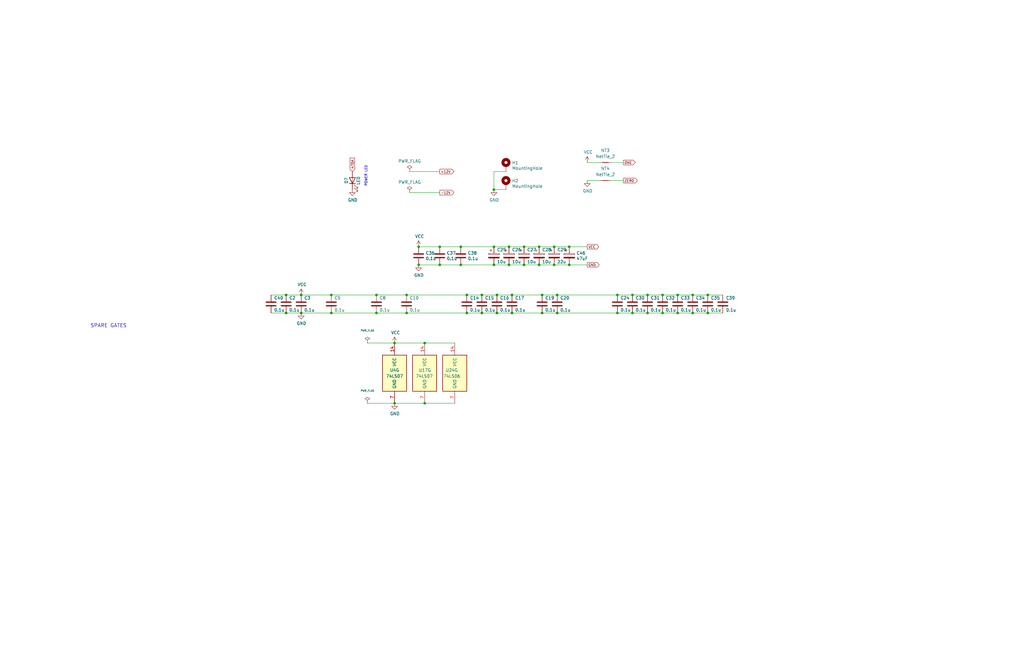
<source format=kicad_sch>
(kicad_sch (version 20211123) (generator eeschema)
  (paper "B")
  (lib_symbols
    (symbol "74xx:74LS06" (pin_names (offset 1.016))
      (property "Reference" "U" (at 0 1.27 0))
      (property "Value" "74LS06" (at 0 -1.27 0))
      (symbol "74LS06_1_0"
        (polyline (pts (xy -3.81 3.81) (xy -3.81 -3.81) (xy 3.81 0) (xy -3.81 3.81)) (stroke (width 0.254)) (fill (type background)))
        (pin input line (at -7.62 0 0) (length 3.81) (name "~") (number "1"))
        (pin open_collector inverted (at 7.62 0 180) (length 3.81) (name "~") (number "2"))
      )
      (symbol "74LS06_2_0"
        (polyline (pts (xy -3.81 3.81) (xy -3.81 -3.81) (xy 3.81 0) (xy -3.81 3.81)) (stroke (width 0.254)) (fill (type background)))
        (pin input line (at -7.62 0 0) (length 3.81) (name "~") (number "3"))
        (pin open_collector inverted (at 7.62 0 180) (length 3.81) (name "~") (number "4"))
      )
      (symbol "74LS06_3_0"
        (polyline (pts (xy -3.81 3.81) (xy -3.81 -3.81) (xy 3.81 0) (xy -3.81 3.81)) (stroke (width 0.254)) (fill (type background)))
        (pin input line (at -7.62 0 0) (length 3.81) (name "~") (number "5"))
        (pin open_collector inverted (at 7.62 0 180) (length 3.81) (name "~") (number "6"))
      )
      (symbol "74LS06_4_0"
        (polyline (pts (xy -3.81 3.81) (xy -3.81 -3.81) (xy 3.81 0) (xy -3.81 3.81)) (stroke (width 0.254)) (fill (type background)))
        (pin open_collector inverted (at 7.62 0 180) (length 3.81) (name "~") (number "8"))
        (pin input line (at -7.62 0 0) (length 3.81) (name "~") (number "9"))
      )
      (symbol "74LS06_5_0"
        (polyline (pts (xy -3.81 3.81) (xy -3.81 -3.81) (xy 3.81 0) (xy -3.81 3.81)) (stroke (width 0.254)) (fill (type background)))
        (pin open_collector inverted (at 7.62 0 180) (length 3.81) (name "~") (number "10"))
        (pin input line (at -7.62 0 0) (length 3.81) (name "~") (number "11"))
      )
      (symbol "74LS06_6_0"
        (polyline (pts (xy -3.81 3.81) (xy -3.81 -3.81) (xy 3.81 0) (xy -3.81 3.81)) (stroke (width 0.254)) (fill (type background)))
        (pin open_collector inverted (at 7.62 0 180) (length 3.81) (name "~") (number "12"))
        (pin input line (at -7.62 0 0) (length 3.81) (name "~") (number "13"))
      )
      (symbol "74LS06_7_0"
        (pin power_in line (at 0 12.7 270) (length 5.08) (name "VCC") (number "14"))
        (pin power_in line (at 0 -12.7 90) (length 5.08) (name "GND") (number "7"))
      )
      (symbol "74LS06_7_1"
        (rectangle (start -5.08 7.62) (end 5.08 -7.62) (stroke (width 0.254)) (fill (type background)))
      )
    )
    (symbol "74xx:74LS07" (pin_names (offset 1.016))
      (property "Reference" "U" (at 0 1.27 0))
      (property "Value" "74LS07" (at 0 -1.27 0))
      (symbol "74LS07_1_0"
        (polyline (pts (xy -3.81 3.81) (xy -3.81 -3.81) (xy 3.81 0) (xy -3.81 3.81)) (stroke (width 0.254)) (fill (type background)))
        (pin input line (at -7.62 0 0) (length 3.81) (name "~") (number "1"))
        (pin open_collector line (at 7.62 0 180) (length 3.81) (name "~") (number "2"))
      )
      (symbol "74LS07_2_0"
        (polyline (pts (xy -3.81 3.81) (xy -3.81 -3.81) (xy 3.81 0) (xy -3.81 3.81)) (stroke (width 0.254)) (fill (type background)))
        (pin input line (at -7.62 0 0) (length 3.81) (name "~") (number "3"))
        (pin open_collector line (at 7.62 0 180) (length 3.81) (name "~") (number "4"))
      )
      (symbol "74LS07_3_0"
        (polyline (pts (xy -3.81 3.81) (xy -3.81 -3.81) (xy 3.81 0) (xy -3.81 3.81)) (stroke (width 0.254)) (fill (type background)))
        (pin input line (at -7.62 0 0) (length 3.81) (name "~") (number "5"))
        (pin open_collector line (at 7.62 0 180) (length 3.81) (name "~") (number "6"))
      )
      (symbol "74LS07_4_0"
        (polyline (pts (xy -3.81 3.81) (xy -3.81 -3.81) (xy 3.81 0) (xy -3.81 3.81)) (stroke (width 0.254)) (fill (type background)))
        (pin open_collector line (at 7.62 0 180) (length 3.81) (name "~") (number "8"))
        (pin input line (at -7.62 0 0) (length 3.81) (name "~") (number "9"))
      )
      (symbol "74LS07_5_0"
        (polyline (pts (xy -3.81 3.81) (xy -3.81 -3.81) (xy 3.81 0) (xy -3.81 3.81)) (stroke (width 0.254)) (fill (type background)))
        (pin open_collector line (at 7.62 0 180) (length 3.81) (name "~") (number "10"))
        (pin input line (at -7.62 0 0) (length 3.81) (name "~") (number "11"))
      )
      (symbol "74LS07_6_0"
        (polyline (pts (xy -3.81 3.81) (xy -3.81 -3.81) (xy 3.81 0) (xy -3.81 3.81)) (stroke (width 0.254)) (fill (type background)))
        (pin open_collector line (at 7.62 0 180) (length 3.81) (name "~") (number "12"))
        (pin input line (at -7.62 0 0) (length 3.81) (name "~") (number "13"))
      )
      (symbol "74LS07_7_0"
        (pin power_in line (at 0 12.7 270) (length 5.08) (name "VCC") (number "14"))
        (pin power_in line (at 0 -12.7 90) (length 5.08) (name "GND") (number "7"))
      )
      (symbol "74LS07_7_1"
        (rectangle (start -5.08 7.62) (end 5.08 -7.62) (stroke (width 0.254)) (fill (type background)))
      )
    )
    (symbol "Device:C" (pin_numbers hide) (pin_names (offset 0.254))
      (property "Reference" "C" (at 0.635 2.54 0))
      (property "Value" "C" (at 0.635 -2.54 0))
      (symbol "C_0_1"
        (polyline (pts (xy -2.032 -0.762) (xy 2.032 -0.762)) (stroke (width 0.508)))
        (polyline (pts (xy -2.032 0.762) (xy 2.032 0.762)) (stroke (width 0.508)))
      )
      (symbol "C_1_1"
        (pin passive line (at 0 3.81 270) (length 2.794) (name "~") (number "1"))
        (pin passive line (at 0 -3.81 90) (length 2.794) (name "~") (number "2"))
      )
    )
    (symbol "Device:C_Polarized" (pin_numbers hide) (pin_names (offset 0.254))
      (property "Reference" "C" (at 0.635 2.54 0))
      (property "Value" "C_Polarized" (at 0.635 -2.54 0))
      (symbol "C_Polarized_0_1"
        (rectangle (start -2.286 0.508) (end 2.286 1.016))
        (polyline (pts (xy -1.778 2.286) (xy -0.762 2.286)))
        (polyline (pts (xy -1.27 2.794) (xy -1.27 1.778)))
        (rectangle (start 2.286 -0.508) (end -2.286 -1.016) (fill (type outline)))
      )
      (symbol "C_Polarized_1_1"
        (pin passive line (at 0 3.81 270) (length 2.794) (name "~") (number "1"))
        (pin passive line (at 0 -3.81 90) (length 2.794) (name "~") (number "2"))
      )
    )
    (symbol "Device:LED" (pin_numbers hide) (pin_names (offset 1.016) hide)
      (property "Reference" "D" (at 0 2.54 0))
      (property "Value" "LED" (at 0 -2.54 0))
      (symbol "LED_0_1"
        (polyline (pts (xy -1.27 -1.27) (xy -1.27 1.27)) (stroke (width 0.254)))
        (polyline (pts (xy -1.27 0) (xy 1.27 0)))
        (polyline (pts (xy 1.27 -1.27) (xy 1.27 1.27) (xy -1.27 0) (xy 1.27 -1.27)) (stroke (width 0.254)))
        (polyline (pts (xy -3.048 -0.762) (xy -4.572 -2.286) (xy -3.81 -2.286) (xy -4.572 -2.286) (xy -4.572 -1.524)))
        (polyline (pts (xy -1.778 -0.762) (xy -3.302 -2.286) (xy -2.54 -2.286) (xy -3.302 -2.286) (xy -3.302 -1.524)))
      )
      (symbol "LED_1_1"
        (pin passive line (at -3.81 0 0) (length 2.54) (name "K") (number "1"))
        (pin passive line (at 3.81 0 180) (length 2.54) (name "A") (number "2"))
      )
    )
    (symbol "Device:NetTie_2" (pin_numbers hide) (pin_names (offset 0) hide) (in_bom no)
      (property "Reference" "NT" (at 0 1.27 0))
      (property "Value" "NetTie_2" (at 0 -1.27 0))
      (symbol "NetTie_2_0_1"
        (polyline (pts (xy -1.27 0) (xy 1.27 0)) (stroke (width 0.254)))
      )
      (symbol "NetTie_2_1_1"
        (pin passive line (at -2.54 0 0) (length 2.54) (name "1") (number "1"))
        (pin passive line (at 2.54 0 180) (length 2.54) (name "2") (number "2"))
      )
    )
    (symbol "Mechanical:MountingHole_Pad" (pin_numbers hide) (pin_names (offset 1.016) hide)
      (property "Reference" "H" (at 0 6.35 0))
      (property "Value" "MountingHole_Pad" (at 0 4.445 0))
      (symbol "MountingHole_Pad_0_1"
        (circle (center 0 1.27) (radius 1.27) (stroke (width 1.27)))
      )
      (symbol "MountingHole_Pad_1_1"
        (pin input line (at 0 -2.54 90) (length 2.54) (name "1") (number "1"))
      )
    )
    (symbol "power:GND" (power) (pin_names (offset 0))
      (property "Value" "GND" (at 0 -3.81 0))
      (symbol "GND_0_1"
        (polyline (pts (xy 0 0) (xy 0 -1.27) (xy 1.27 -1.27) (xy 0 -2.54) (xy -1.27 -1.27) (xy 0 -1.27)))
      )
      (symbol "GND_1_1"
        (pin power_in line (at 0 0 270) (length 0) hide (name "GND") (number "1"))
      )
    )
    (symbol "power:PWR_FLAG" (power) (pin_numbers hide) (pin_names (offset 0) hide)
      (property "Value" "PWR_FLAG" (at 0 3.81 0))
      (symbol "PWR_FLAG_0_0"
        (pin power_out line (at 0 0 90) (length 0) (name "pwr") (number "1"))
      )
      (symbol "PWR_FLAG_0_1"
        (polyline (pts (xy 0 0) (xy 0 1.27) (xy -1.016 1.905) (xy 0 2.54) (xy 1.016 1.905) (xy 0 1.27)))
      )
    )
    (symbol "power:VCC" (power) (pin_names (offset 0))
      (property "Value" "VCC" (at 0 3.81 0))
      (symbol "VCC_0_1"
        (polyline (pts (xy -0.762 1.27) (xy 0 2.54)))
        (polyline (pts (xy 0 0) (xy 0 2.54)))
        (polyline (pts (xy 0 2.54) (xy 0.762 1.27)))
      )
      (symbol "VCC_1_1"
        (pin power_in line (at 0 0 90) (length 0) hide (name "VCC") (number "1"))
      )
    )
  )
  (junction (at 214.63 111.76))
  (junction (at 196.85 132.08))
  (junction (at 227.33 104.14))
  (junction (at 273.05 132.08))
  (junction (at 298.45 124.46))
  (junction (at 196.85 124.46))
  (junction (at 171.45 132.08))
  (junction (at 208.28 111.76))
  (junction (at 279.4 132.08))
  (junction (at 240.03 111.76))
  (junction (at 194.31 104.14))
  (junction (at 158.75 124.46))
  (junction (at 285.75 132.08))
  (junction (at 220.98 104.14))
  (junction (at 209.55 124.46))
  (junction (at 233.68 111.76))
  (junction (at 298.45 132.08))
  (junction (at 279.4 124.46))
  (junction (at 127 124.46))
  (junction (at 266.7 132.08))
  (junction (at 179.07 144.78))
  (junction (at 171.45 124.46))
  (junction (at 139.7 132.08))
  (junction (at 176.53 111.76))
  (junction (at 209.55 132.08))
  (junction (at 179.07 170.18))
  (junction (at 176.53 104.14))
  (junction (at 215.9 124.46))
  (junction (at 240.03 104.14))
  (junction (at 203.2 132.08))
  (junction (at 228.6 124.46))
  (junction (at 234.95 132.08))
  (junction (at 234.95 124.46))
  (junction (at 260.35 124.46))
  (junction (at 292.1 132.08))
  (junction (at 208.28 80.01))
  (junction (at 185.42 111.76))
  (junction (at 260.35 132.08))
  (junction (at 166.37 144.78))
  (junction (at 215.9 132.08))
  (junction (at 266.7 124.46))
  (junction (at 292.1 124.46))
  (junction (at 139.7 124.46))
  (junction (at 273.05 124.46))
  (junction (at 120.65 124.46))
  (junction (at 214.63 104.14))
  (junction (at 220.98 111.76))
  (junction (at 120.65 132.08))
  (junction (at 228.6 132.08))
  (junction (at 203.2 124.46))
  (junction (at 185.42 104.14))
  (junction (at 208.28 104.14))
  (junction (at 285.75 124.46))
  (junction (at 127 132.08))
  (junction (at 194.31 111.76))
  (junction (at 166.37 170.18))
  (junction (at 227.33 111.76))
  (junction (at 158.75 132.08))
  (junction (at 233.68 104.14))
  (wire (pts (xy 154.94 144.78) (xy 166.37 144.78)))
  (wire (pts (xy 139.7 124.46) (xy 158.75 124.46)))
  (wire (pts (xy 298.45 132.08) (xy 304.8 132.08)))
  (wire (pts (xy 208.28 72.39) (xy 208.28 80.01)))
  (wire (pts (xy 179.07 144.78) (xy 191.77 144.78)))
  (wire (pts (xy 266.7 124.46) (xy 273.05 124.46)))
  (wire (pts (xy 292.1 132.08) (xy 298.45 132.08)))
  (wire (pts (xy 172.72 72.39) (xy 185.42 72.39)))
  (wire (pts (xy 196.85 124.46) (xy 203.2 124.46)))
  (wire (pts (xy 172.72 81.28) (xy 185.42 81.28)))
  (wire (pts (xy 114.3 124.46) (xy 120.65 124.46)))
  (wire (pts (xy 185.42 111.76) (xy 194.31 111.76)))
  (wire (pts (xy 158.75 132.08) (xy 171.45 132.08)))
  (wire (pts (xy 285.75 132.08) (xy 292.1 132.08)))
  (wire (pts (xy 279.4 132.08) (xy 285.75 132.08)))
  (wire (pts (xy 273.05 132.08) (xy 279.4 132.08)))
  (wire (pts (xy 273.05 124.46) (xy 279.4 124.46)))
  (wire (pts (xy 240.03 111.76) (xy 247.65 111.76)))
  (wire (pts (xy 279.4 124.46) (xy 285.75 124.46)))
  (wire (pts (xy 166.37 170.18) (xy 179.07 170.18)))
  (wire (pts (xy 166.37 144.78) (xy 179.07 144.78)))
  (wire (pts (xy 176.53 104.14) (xy 185.42 104.14)))
  (wire (pts (xy 240.03 104.14) (xy 247.65 104.14)))
  (wire (pts (xy 194.31 111.76) (xy 208.28 111.76)))
  (wire (pts (xy 257.81 76.2) (xy 262.89 76.2)))
  (wire (pts (xy 176.53 111.76) (xy 185.42 111.76)))
  (wire (pts (xy 158.75 124.46) (xy 171.45 124.46)))
  (wire (pts (xy 214.63 111.76) (xy 220.98 111.76)))
  (wire (pts (xy 171.45 132.08) (xy 196.85 132.08)))
  (wire (pts (xy 220.98 104.14) (xy 227.33 104.14)))
  (wire (pts (xy 196.85 132.08) (xy 203.2 132.08)))
  (wire (pts (xy 228.6 124.46) (xy 234.95 124.46)))
  (wire (pts (xy 214.63 104.14) (xy 220.98 104.14)))
  (wire (pts (xy 127 132.08) (xy 139.7 132.08)))
  (wire (pts (xy 260.35 124.46) (xy 266.7 124.46)))
  (wire (pts (xy 208.28 104.14) (xy 214.63 104.14)))
  (wire (pts (xy 298.45 124.46) (xy 304.8 124.46)))
  (wire (pts (xy 203.2 132.08) (xy 209.55 132.08)))
  (wire (pts (xy 120.65 124.46) (xy 127 124.46)))
  (wire (pts (xy 266.7 132.08) (xy 273.05 132.08)))
  (wire (pts (xy 215.9 124.46) (xy 228.6 124.46)))
  (wire (pts (xy 247.65 68.58) (xy 252.73 68.58)))
  (wire (pts (xy 260.35 132.08) (xy 266.7 132.08)))
  (wire (pts (xy 139.7 132.08) (xy 158.75 132.08)))
  (wire (pts (xy 213.36 72.39) (xy 208.28 72.39)))
  (wire (pts (xy 194.31 104.14) (xy 208.28 104.14)))
  (wire (pts (xy 209.55 132.08) (xy 215.9 132.08)))
  (wire (pts (xy 171.45 124.46) (xy 196.85 124.46)))
  (wire (pts (xy 208.28 111.76) (xy 214.63 111.76)))
  (wire (pts (xy 227.33 111.76) (xy 233.68 111.76)))
  (wire (pts (xy 220.98 111.76) (xy 227.33 111.76)))
  (wire (pts (xy 228.6 132.08) (xy 234.95 132.08)))
  (wire (pts (xy 285.75 124.46) (xy 292.1 124.46)))
  (wire (pts (xy 257.81 68.58) (xy 262.89 68.58)))
  (wire (pts (xy 179.07 170.18) (xy 191.77 170.18)))
  (wire (pts (xy 234.95 132.08) (xy 260.35 132.08)))
  (wire (pts (xy 114.3 132.08) (xy 120.65 132.08)))
  (wire (pts (xy 203.2 124.46) (xy 209.55 124.46)))
  (wire (pts (xy 233.68 111.76) (xy 240.03 111.76)))
  (wire (pts (xy 247.65 76.2) (xy 252.73 76.2)))
  (wire (pts (xy 234.95 124.46) (xy 260.35 124.46)))
  (wire (pts (xy 209.55 124.46) (xy 215.9 124.46)))
  (wire (pts (xy 154.94 170.18) (xy 166.37 170.18)))
  (wire (pts (xy 215.9 132.08) (xy 228.6 132.08)))
  (wire (pts (xy 233.68 104.14) (xy 240.03 104.14)))
  (wire (pts (xy 292.1 124.46) (xy 298.45 124.46)))
  (wire (pts (xy 227.33 104.14) (xy 233.68 104.14)))
  (wire (pts (xy 185.42 104.14) (xy 194.31 104.14)))
  (wire (pts (xy 213.36 80.01) (xy 208.28 80.01)))
  (wire (pts (xy 127 124.46) (xy 139.7 124.46)))
  (wire (pts (xy 120.65 132.08) (xy 127 132.08)))
  (text "POWER LED" (at 154.94 78.74 90) (effects (font (size 1.016 1.016)) (justify left bottom)))
  (text "SPARE GATES" (at 38.1 138.43 0) (effects (font (size 1.524 1.524)) (justify left bottom)))
  (global_label "GND" (shape output) (at 247.65 111.76 0) (effects (font (size 1.016 1.016))) (property "Intersheet References" "${INTERSHEET_REFS}" (effects hide)))
  (global_label "ONE" (shape output) (at 262.89 68.58 0) (effects (font (size 1.016 1.016))) (property "Intersheet References" "${INTERSHEET_REFS}" (effects hide)))
  (global_label "ZERO" (shape output) (at 262.89 76.2 0) (effects (font (size 1.016 1.016))) (property "Intersheet References" "${INTERSHEET_REFS}" (effects hide)))
  (global_label "470A" (shape input) (at 148.59 72.39 90) (effects (font (size 1.016 1.016))) (property "Intersheet References" "${INTERSHEET_REFS}" (effects hide)))
  (global_label "VCC" (shape output) (at 247.65 104.14 0) (effects (font (size 1.016 1.016))) (property "Intersheet References" "${INTERSHEET_REFS}" (effects hide)))
  (global_label "+12V" (shape output) (at 185.42 72.39 0) (effects (font (size 1.016 1.016))) (property "Intersheet References" "${INTERSHEET_REFS}" (effects hide)))
  (global_label "-12V" (shape output) (at 185.42 81.28 0) (effects (font (size 1.016 1.016))) (property "Intersheet References" "${INTERSHEET_REFS}" (effects hide)))
  (symbol (lib_id "74xx:74LS07") (at 179.07 157.48 0) (unit 7)
    (property "Reference" "U17" (at 176.53 156.21 0) (effects (justify left)))
    (property "Value" "74LS07" (at 175.26 158.75 0) (effects (justify left)))
    (property "Footprint" "Package_DIP:DIP-14_W7.62mm" (effects hide))
    (property "Datasheet" "www.ti.com/lit/ds/symlink/sn74ls07.pdf" (effects hide))
  )
  (symbol (lib_id "power:GND") (at 166.37 170.18 0) (unit 1)
    (property "Reference" "#PWR077" (effects hide))
    (property "Value" "GND" (at 166.497 174.5742 0))
  )
  (symbol (lib_id "Device:C_Polarized") (at 240.03 107.95 0) (unit 1)
    (property "Reference" "C46" (at 243.0272 106.7816 0) (effects (justify left)))
    (property "Value" "47uF" (at 243.0272 109.093 0) (effects (justify left)))
    (property "Footprint" "Capacitor_THT:CP_Radial_D5.0mm_P2.50mm" (effects hide))
  )
  (symbol (lib_id "Device:C_Polarized") (at 208.28 107.95 0) (unit 1)
    (property "Reference" "C25" (at 209.55 105.41 0) (effects (justify left)))
    (property "Value" "10u" (at 209.55 110.49 0) (effects (justify left)))
    (property "Footprint" "Capacitor_THT:CP_Radial_D5.0mm_P2.50mm" (effects hide))
  )
  (symbol (lib_id "Device:C_Polarized") (at 227.33 107.95 0) (unit 1)
    (property "Reference" "C28" (at 228.6 105.41 0) (effects (justify left)))
    (property "Value" "10u" (at 228.6 110.49 0) (effects (justify left)))
    (property "Footprint" "Capacitor_THT:CP_Radial_D5.0mm_P2.50mm" (effects hide))
  )
  (symbol (lib_id "Device:C") (at 215.9 128.27 0) (unit 1)
    (property "Reference" "C17" (at 217.17 125.73 0) (effects (justify left)))
    (property "Value" "0.1u" (at 217.17 130.81 0) (effects (justify left)))
    (property "Footprint" "Capacitor_THT:C_Disc_D5.0mm_W2.5mm_P5.00mm" (effects hide))
  )
  (symbol (lib_id "Device:C") (at 228.6 128.27 0) (unit 1)
    (property "Reference" "C19" (at 229.87 125.73 0) (effects (justify left)))
    (property "Value" "0.1u" (at 229.87 130.81 0) (effects (justify left)))
    (property "Footprint" "Capacitor_THT:C_Disc_D5.0mm_W2.5mm_P5.00mm" (effects hide))
  )
  (symbol (lib_id "Device:C") (at 234.95 128.27 0) (unit 1)
    (property "Reference" "C20" (at 236.22 125.73 0) (effects (justify left)))
    (property "Value" "0.1u" (at 236.22 130.81 0) (effects (justify left)))
    (property "Footprint" "Capacitor_THT:C_Disc_D5.0mm_W2.5mm_P5.00mm" (effects hide))
  )
  (symbol (lib_id "74xx:74LS07") (at 166.37 157.48 0) (unit 7)
    (property "Reference" "U4" (at 166.37 156.21 0))
    (property "Value" "74LS07" (at 166.37 158.75 0))
    (property "Footprint" "Package_DIP:DIP-14_W7.62mm" (effects hide))
    (property "Datasheet" "www.ti.com/lit/ds/symlink/sn74ls07.pdf" (effects hide))
  )
  (symbol (lib_id "Device:C_Polarized") (at 233.68 107.95 0) (unit 1)
    (property "Reference" "C29" (at 234.95 105.41 0) (effects (justify left)))
    (property "Value" "22u" (at 234.95 110.49 0) (effects (justify left)))
    (property "Footprint" "Capacitor_THT:CP_Radial_D5.0mm_P2.50mm" (effects hide))
  )
  (symbol (lib_id "Device:C") (at 171.45 128.27 0) (unit 1)
    (property "Reference" "C10" (at 172.72 125.73 0) (effects (justify left)))
    (property "Value" "0.1u" (at 172.72 130.81 0) (effects (justify left)))
    (property "Footprint" "Capacitor_THT:C_Disc_D5.0mm_W2.5mm_P5.00mm" (effects hide))
  )
  (symbol (lib_id "Device:C") (at 260.35 128.27 0) (unit 1)
    (property "Reference" "C24" (at 261.62 125.73 0) (effects (justify left)))
    (property "Value" "0.1u" (at 261.62 130.81 0) (effects (justify left)))
    (property "Footprint" "Capacitor_THT:C_Disc_D5.0mm_W2.5mm_P5.00mm" (effects hide))
  )
  (symbol (lib_id "Device:C") (at 176.53 107.95 0) (unit 1)
    (property "Reference" "C36" (at 179.451 106.7816 0) (effects (justify left)))
    (property "Value" "0.1u" (at 179.451 109.093 0) (effects (justify left)))
    (property "Footprint" "Capacitor_THT:C_Disc_D5.0mm_W2.5mm_P5.00mm" (effects hide))
  )
  (symbol (lib_id "Device:C") (at 185.42 107.95 0) (unit 1)
    (property "Reference" "C37" (at 188.341 106.7816 0) (effects (justify left)))
    (property "Value" "0.1u" (at 188.341 109.093 0) (effects (justify left)))
    (property "Footprint" "Capacitor_THT:C_Disc_D5.0mm_W2.5mm_P5.00mm" (effects hide))
  )
  (symbol (lib_id "Device:C") (at 194.31 107.95 0) (unit 1)
    (property "Reference" "C38" (at 197.231 106.7816 0) (effects (justify left)))
    (property "Value" "0.1u" (at 197.231 109.093 0) (effects (justify left)))
    (property "Footprint" "Capacitor_THT:C_Disc_D5.0mm_W2.5mm_P5.00mm" (effects hide))
  )
  (symbol (lib_id "power:VCC") (at 166.37 144.78 0) (unit 1)
    (property "Reference" "#PWR075" (effects hide))
    (property "Value" "VCC" (at 166.8018 140.3858 0))
  )
  (symbol (lib_id "Device:C") (at 196.85 128.27 0) (unit 1)
    (property "Reference" "C14" (at 198.12 125.73 0) (effects (justify left)))
    (property "Value" "0.1u" (at 198.12 130.81 0) (effects (justify left)))
    (property "Footprint" "Capacitor_THT:C_Disc_D5.0mm_W2.5mm_P5.00mm" (effects hide))
  )
  (symbol (lib_id "power:PWR_FLAG") (at 154.94 144.78 0) (unit 1)
    (property "Reference" "#FLG06" (effects hide))
    (property "Value" "PWR_FLAG" (at 154.94 139.4968 0) (effects (font (size 0.762 0.762))))
  )
  (symbol (lib_id "power:PWR_FLAG") (at 154.94 170.18 0) (unit 1)
    (property "Reference" "#FLG07" (effects hide))
    (property "Value" "PWR_FLAG" (at 154.94 164.8968 0) (effects (font (size 0.762 0.762))))
  )
  (symbol (lib_id "Device:C") (at 209.55 128.27 0) (unit 1)
    (property "Reference" "C16" (at 210.82 125.73 0) (effects (justify left)))
    (property "Value" "0.1u" (at 210.82 130.81 0) (effects (justify left)))
    (property "Footprint" "Capacitor_THT:C_Disc_D5.0mm_W2.5mm_P5.00mm" (effects hide))
  )
  (symbol (lib_id "Device:C") (at 203.2 128.27 0) (unit 1)
    (property "Reference" "C15" (at 204.47 125.73 0) (effects (justify left)))
    (property "Value" "0.1u" (at 204.47 130.81 0) (effects (justify left)))
    (property "Footprint" "Capacitor_THT:C_Disc_D5.0mm_W2.5mm_P5.00mm" (effects hide))
  )
  (symbol (lib_id "Mechanical:MountingHole_Pad") (at 213.36 77.47 0) (unit 1)
    (property "Reference" "H2" (at 215.9 76.3016 0) (effects (justify left)))
    (property "Value" "MountingHole" (at 215.9 78.613 0) (effects (justify left)))
    (property "Footprint" "MountingHole:MountingHole_3.2mm_M3_Pad" (effects hide))
  )
  (symbol (lib_id "power:GND") (at 247.65 76.2 0) (unit 1)
    (property "Reference" "#PWR037" (effects hide))
    (property "Value" "GND" (at 247.777 80.5942 0))
  )
  (symbol (lib_id "power:VCC") (at 247.65 68.58 0) (unit 1)
    (property "Reference" "#PWR014" (effects hide))
    (property "Value" "VCC" (at 248.031 64.1858 0))
  )
  (symbol (lib_id "Mechanical:MountingHole_Pad") (at 213.36 69.85 0) (unit 1)
    (property "Reference" "H1" (at 215.9 68.6816 0) (effects (justify left)))
    (property "Value" "MountingHole" (at 215.9 70.993 0) (effects (justify left)))
    (property "Footprint" "MountingHole:MountingHole_3.2mm_M3_Pad" (effects hide))
  )
  (symbol (lib_id "power:GND") (at 208.28 80.01 0) (unit 1)
    (property "Reference" "#PWR0117" (effects hide))
    (property "Value" "GND" (at 208.407 84.4042 0))
  )
  (symbol (lib_id "Device:C") (at 298.45 128.27 0) (unit 1)
    (property "Reference" "C35" (at 299.72 125.73 0) (effects (justify left)))
    (property "Value" "0.1u" (at 299.72 130.81 0) (effects (justify left)))
    (property "Footprint" "Capacitor_THT:C_Disc_D5.0mm_W2.5mm_P5.00mm" (effects hide))
  )
  (symbol (lib_id "Device:C") (at 304.8 128.27 0) (unit 1)
    (property "Reference" "C39" (at 306.07 125.73 0) (effects (justify left)))
    (property "Value" "0.1u" (at 306.07 130.81 0) (effects (justify left)))
    (property "Footprint" "Capacitor_THT:C_Disc_D5.0mm_W2.5mm_P5.00mm" (effects hide))
  )
  (symbol (lib_id "Device:C") (at 266.7 128.27 0) (unit 1)
    (property "Reference" "C30" (at 267.97 125.73 0) (effects (justify left)))
    (property "Value" "0.1u" (at 267.97 130.81 0) (effects (justify left)))
    (property "Footprint" "Capacitor_THT:C_Disc_D5.0mm_W2.5mm_P5.00mm" (effects hide))
  )
  (symbol (lib_id "Device:C") (at 273.05 128.27 0) (unit 1)
    (property "Reference" "C31" (at 274.32 125.73 0) (effects (justify left)))
    (property "Value" "0.1u" (at 274.32 130.81 0) (effects (justify left)))
    (property "Footprint" "Capacitor_THT:C_Disc_D5.0mm_W2.5mm_P5.00mm" (effects hide))
  )
  (symbol (lib_id "Device:C") (at 279.4 128.27 0) (unit 1)
    (property "Reference" "C32" (at 280.67 125.73 0) (effects (justify left)))
    (property "Value" "0.1u" (at 280.67 130.81 0) (effects (justify left)))
    (property "Footprint" "Capacitor_THT:C_Disc_D5.0mm_W2.5mm_P5.00mm" (effects hide))
  )
  (symbol (lib_id "Device:C") (at 285.75 128.27 0) (unit 1)
    (property "Reference" "C33" (at 287.02 125.73 0) (effects (justify left)))
    (property "Value" "0.1u" (at 287.02 130.81 0) (effects (justify left)))
    (property "Footprint" "Capacitor_THT:C_Disc_D5.0mm_W2.5mm_P5.00mm" (effects hide))
  )
  (symbol (lib_id "Device:C") (at 292.1 128.27 0) (unit 1)
    (property "Reference" "C34" (at 293.37 125.73 0) (effects (justify left)))
    (property "Value" "0.1u" (at 293.37 130.81 0) (effects (justify left)))
    (property "Footprint" "Capacitor_THT:C_Disc_D5.0mm_W2.5mm_P5.00mm" (effects hide))
  )
  (symbol (lib_id "Device:C") (at 158.75 128.27 0) (unit 1)
    (property "Reference" "C8" (at 160.02 125.73 0) (effects (justify left)))
    (property "Value" "0.1u" (at 160.02 130.81 0) (effects (justify left)))
    (property "Footprint" "Capacitor_THT:C_Disc_D5.0mm_W2.5mm_P5.00mm" (effects hide))
  )
  (symbol (lib_id "Device:C_Polarized") (at 220.98 107.95 0) (unit 1)
    (property "Reference" "C27" (at 222.25 105.41 0) (effects (justify left)))
    (property "Value" "10u" (at 222.25 110.49 0) (effects (justify left)))
    (property "Footprint" "Capacitor_THT:CP_Radial_D5.0mm_P2.50mm" (effects hide))
  )
  (symbol (lib_id "Device:C_Polarized") (at 214.63 107.95 0) (unit 1)
    (property "Reference" "C26" (at 215.9 105.41 0) (effects (justify left)))
    (property "Value" "10u" (at 215.9 110.49 0) (effects (justify left)))
    (property "Footprint" "Capacitor_THT:CP_Radial_D5.0mm_P2.50mm" (effects hide))
  )
  (symbol (lib_id "Device:C") (at 120.65 128.27 0) (unit 1)
    (property "Reference" "C2" (at 121.92 125.73 0) (effects (justify left)))
    (property "Value" "0.1u" (at 121.92 130.81 0) (effects (justify left)))
    (property "Footprint" "Capacitor_THT:C_Disc_D5.0mm_W2.5mm_P5.00mm" (effects hide))
  )
  (symbol (lib_id "Device:C") (at 127 128.27 0) (unit 1)
    (property "Reference" "C3" (at 128.27 125.73 0) (effects (justify left)))
    (property "Value" "0.1u" (at 128.27 130.81 0) (effects (justify left)))
    (property "Footprint" "Capacitor_THT:C_Disc_D5.0mm_W2.5mm_P5.00mm" (effects hide))
  )
  (symbol (lib_id "Device:C") (at 139.7 128.27 0) (unit 1)
    (property "Reference" "C5" (at 140.97 125.73 0) (effects (justify left)))
    (property "Value" "0.1u" (at 140.97 130.81 0) (effects (justify left)))
    (property "Footprint" "Capacitor_THT:C_Disc_D5.0mm_W2.5mm_P5.00mm" (effects hide))
  )
  (symbol (lib_id "74xx:74LS06") (at 191.77 157.48 0) (unit 7)
    (property "Reference" "U24" (at 190.5 156.21 0))
    (property "Value" "74LS06" (at 190.5 158.75 0))
    (property "Footprint" "Package_DIP:DIP-14_W7.62mm" (effects hide))
    (property "Datasheet" "http://www.ti.com/lit/gpn/sn74LS06" (effects hide))
  )
  (symbol (lib_id "power:PWR_FLAG") (at 172.72 81.28 0) (unit 1)
    (property "Reference" "#FLG02" (effects hide))
    (property "Value" "PWR_FLAG" (at 172.72 76.8858 0))
  )
  (symbol (lib_id "power:PWR_FLAG") (at 172.72 72.39 0) (unit 1)
    (property "Reference" "#FLG01" (effects hide))
    (property "Value" "PWR_FLAG" (at 172.72 67.9958 0))
  )
  (symbol (lib_id "power:GND") (at 127 132.08 0) (unit 1)
    (property "Reference" "#PWR040" (effects hide))
    (property "Value" "GND" (at 127.127 136.4742 0))
  )
  (symbol (lib_id "Device:LED") (at 148.59 76.2 90) (unit 1)
    (property "Reference" "D7" (at 146.05 76.2 0))
    (property "Value" "LED" (at 151.13 76.2 0))
    (property "Footprint" "LED_THT:LED_D3.0mm_Horizontal_O3.81mm_Z2.0mm" (effects hide))
  )
  (symbol (lib_id "power:VCC") (at 176.53 104.14 0) (unit 1)
    (property "Reference" "#PWR0113" (effects hide))
    (property "Value" "VCC" (at 176.911 99.7458 0))
  )
  (symbol (lib_id "power:GND") (at 176.53 111.76 0) (unit 1)
    (property "Reference" "#PWR0114" (effects hide))
    (property "Value" "GND" (at 176.657 116.1542 0))
  )
  (symbol (lib_id "power:GND") (at 148.59 80.01 0) (unit 1)
    (property "Reference" "#PWR0115" (effects hide))
    (property "Value" "GND" (at 148.717 84.4042 0))
  )
  (symbol (lib_id "power:VCC") (at 127 124.46 0) (unit 1)
    (property "Reference" "#PWR0116" (effects hide))
    (property "Value" "VCC" (at 127.381 120.0658 0))
  )
  (symbol (lib_id "Device:C") (at 114.3 128.27 0) (unit 1)
    (property "Reference" "C40" (at 115.57 125.73 0) (effects (justify left)))
    (property "Value" "0.1u" (at 115.57 130.81 0) (effects (justify left)))
    (property "Footprint" "Capacitor_THT:C_Disc_D5.0mm_W2.5mm_P5.00mm" (effects hide))
  )
  (symbol (lib_id "Device:NetTie_2") (at 255.27 68.58 0) (unit 1) (in_bom no)
    (property "Reference" "NT3" (at 255.27 63.5 0))
    (property "Value" "NetTie_2" (at 255.27 66.04 0))
    (property "Footprint" "NetTie:NetTie-2_THT_Pad0.3mm" (effects hide))
  )
  (symbol (lib_id "Device:NetTie_2") (at 255.27 76.2 0) (unit 1) (in_bom no)
    (property "Reference" "NT4" (at 255.27 71.12 0))
    (property "Value" "NetTie_2" (at 255.27 73.66 0))
    (property "Footprint" "NetTie:NetTie-2_THT_Pad0.3mm" (effects hide))
  )
)
</source>
